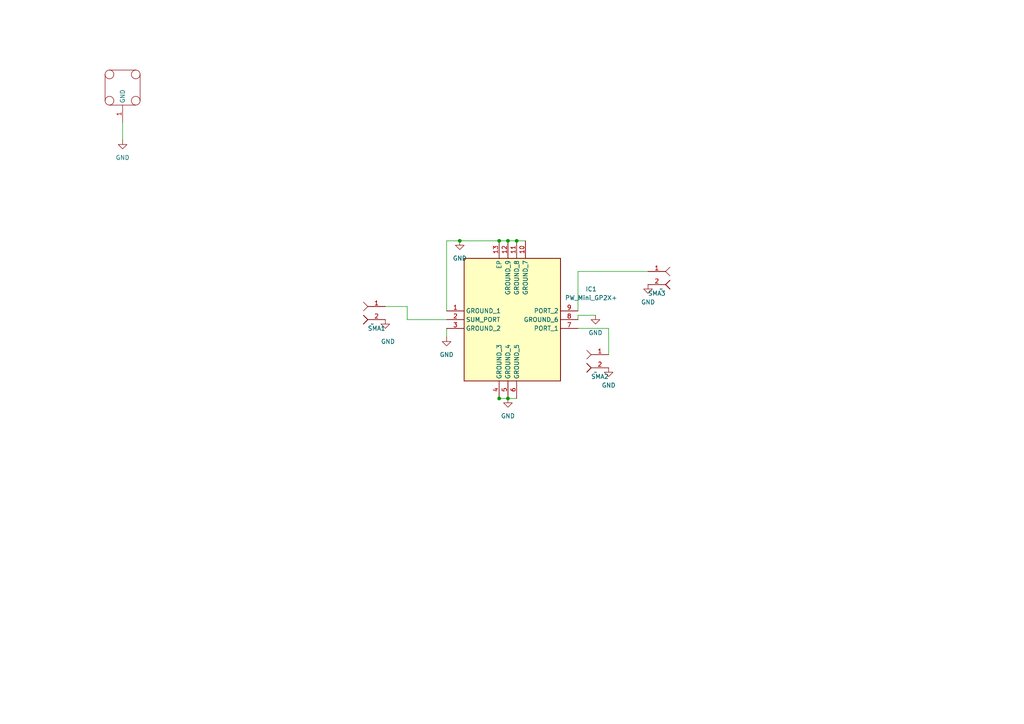
<source format=kicad_sch>
(kicad_sch (version 20231120) (generator "eeschema") (generator_version "8.0")
  (paper "A4")
  (lib_symbols
    (symbol "GND_1" (power) (pin_numbers hide) (pin_names (offset 0) hide)
      (property "Value" "GND" (at 0 -3.81 0))
      (symbol "GND_1_0_1"
        (polyline (pts (xy 0 0) (xy 0 -1.27) (xy 1.27 -1.27) (xy 0 -2.54) (xy -1.27 -1.27) (xy 0 -1.27)))
      )
      (symbol "GND_1_1_1"
        (pin power_in line (at 0 0 270) (length 0) (name "~") (number "1"))
      )
    )
    (symbol "MUSIC_LAB:PW_Mini_GP2X+"
      (property "Reference" "IC" (at 34.29 20.32 0))
      (property "Value" "PW_Mini_GP2X+" (at 34.29 17.78 0))
      (symbol "PW_Mini_GP2X+_1_1"
        (rectangle (start 5.08 15.24) (end 33.02 -20.32) (stroke (width 0.254)) (fill (type background)))
        (pin passive line (at 0 0 0) (length 5.08) (name "GROUND_1") (number "1"))
        (pin passive line (at 22.86 20.32 270) (length 5.08) (name "GROUND_7") (number "10"))
        (pin passive line (at 20.32 20.32 270) (length 5.08) (name "GROUND_8") (number "11"))
        (pin passive line (at 17.78 20.32 270) (length 5.08) (name "GROUND_9") (number "12"))
        (pin passive line (at 15.24 20.32 270) (length 5.08) (name "EP") (number "13"))
        (pin passive line (at 0 -2.54 0) (length 5.08) (name "SUM_PORT") (number "2"))
        (pin passive line (at 0 -5.08 0) (length 5.08) (name "GROUND_2") (number "3"))
        (pin passive line (at 15.24 -25.4 90) (length 5.08) (name "GROUND_3") (number "4"))
        (pin passive line (at 17.78 -25.4 90) (length 5.08) (name "GROUND_4") (number "5"))
        (pin passive line (at 20.32 -25.4 90) (length 5.08) (name "GROUND_5") (number "6"))
        (pin passive line (at 38.1 -5.08 180) (length 5.08) (name "PORT_1") (number "7"))
        (pin passive line (at 38.1 -2.54 180) (length 5.08) (name "GROUND_6") (number "8"))
        (pin passive line (at 38.1 0 180) (length 5.08) (name "PORT_2") (number "9"))
      )
    )
    (symbol "Radar:SMA"
      (property "Reference" "SMA" (at 1.27 -1.27 0))
      (symbol "SMA_0_1"
        (polyline (pts (xy -1.27 1.27) (xy -2.54 0)))
        (polyline (pts (xy -1.27 1.27) (xy -2.54 0)))
        (polyline (pts (xy -1.27 1.27) (xy -2.54 0)))
        (polyline (pts (xy -1.27 1.27) (xy -2.54 0)))
        (polyline (pts (xy -1.27 1.27) (xy -2.54 2.54)))
        (polyline (pts (xy -1.27 1.27) (xy -2.54 2.54)))
        (polyline (pts (xy -1.27 1.27) (xy -2.54 2.54)))
        (polyline (pts (xy -1.27 1.27) (xy -2.54 2.54)))
        (polyline (pts (xy -1.27 5.08) (xy -2.54 3.81)))
        (polyline (pts (xy -1.27 5.08) (xy -2.54 6.35)))
      )
      (symbol "SMA_1_1"
        (pin passive line (at 3.81 5.08 180) (length 5.08) (name "") (number "1"))
        (pin passive line (at 3.81 1.27 180) (length 5.08) (name "") (number "2"))
      )
    )
    (symbol "Radar:outline"
      (property "Reference" "outline" (at 0 6.35 0))
      (symbol "outline_0_1"
        (circle (center -3.81 -3.81) (radius 1.27))
        (circle (center -3.81 3.81) (radius 1.27))
        (polyline (pts (xy -5.08 3.81) (xy -5.08 -3.81)))
        (polyline (pts (xy -3.81 -5.08) (xy 3.81 -5.08)))
        (polyline (pts (xy 3.81 5.08) (xy -3.81 5.08)))
        (polyline (pts (xy 5.08 3.81) (xy 5.08 -3.81)))
        (circle (center 3.81 -3.81) (radius 1.27))
        (circle (center 3.81 3.81) (radius 1.27))
      )
      (symbol "outline_1_1"
        (pin free line (at -10.16 0 0) (length 5.08) (name "GND") (number "1"))
      )
    )
    (symbol "power:GND" (power) (pin_numbers hide) (pin_names (offset 0) hide)
      (property "Value" "GND" (at 0 -3.81 0))
      (symbol "GND_0_1"
        (polyline (pts (xy 0 0) (xy 0 -1.27) (xy 1.27 -1.27) (xy 0 -2.54) (xy -1.27 -1.27) (xy 0 -1.27)))
      )
      (symbol "GND_1_1"
        (pin power_in line (at 0 0 270) (length 0) (name "~") (number "1"))
      )
    )
  )
  (junction (at 147.32 115.57))
  (junction (at 149.86 69.85))
  (junction (at 147.32 69.85))
  (junction (at 144.78 69.85))
  (junction (at 144.78 115.57))
  (junction (at 133.35 69.85))
  (wire (pts (xy 167.64 91.44) (xy 167.64 92.71)))
  (wire (pts (xy 129.54 95.25) (xy 129.54 97.79)))
  (wire (pts (xy 118.11 88.9) (xy 111.76 88.9)))
  (wire (pts (xy 152.4 69.85) (xy 149.86 69.85)))
  (wire (pts (xy 133.35 69.85) (xy 129.54 69.85)))
  (wire (pts (xy 144.78 115.57) (xy 147.32 115.57)))
  (wire (pts (xy 167.64 95.25) (xy 176.53 95.25)))
  (wire (pts (xy 149.86 69.85) (xy 147.32 69.85)))
  (wire (pts (xy 129.54 92.71) (xy 118.11 92.71)))
  (wire (pts (xy 133.35 69.85) (xy 144.78 69.85)))
  (wire (pts (xy 129.54 69.85) (xy 129.54 90.17)))
  (wire (pts (xy 147.32 115.57) (xy 149.86 115.57)))
  (wire (pts (xy 35.56 35.56) (xy 35.56 40.64)))
  (wire (pts (xy 118.11 92.71) (xy 118.11 88.9)))
  (wire (pts (xy 187.96 78.74) (xy 167.64 78.74)))
  (wire (pts (xy 167.64 78.74) (xy 167.64 90.17)))
  (wire (pts (xy 144.78 113.03) (xy 144.78 115.57)))
  (wire (pts (xy 172.72 91.44) (xy 167.64 91.44)))
  (wire (pts (xy 176.53 95.25) (xy 176.53 102.87)))
  (wire (pts (xy 144.78 69.85) (xy 147.32 69.85)))
  (symbol (lib_name "GND_1") (lib_id "power:GND") (at 187.96 82.55 0) (unit 1)
    (property "Reference" "#PWR07" (effects (hide yes)))
    (property "Value" "GND" (at 187.96 87.63 0))
    (property "Description" "Power symbol creates a global label with name \"GND\" , ground" (effects (hide yes)))
  )
  (symbol (lib_name "GND_1") (lib_id "power:GND") (at 176.53 106.68 0) (unit 1)
    (property "Reference" "#PWR06" (effects (hide yes)))
    (property "Value" "GND" (at 176.53 111.76 0))
    (property "Description" "Power symbol creates a global label with name \"GND\" , ground" (effects (hide yes)))
  )
  (symbol (lib_id "power:GND") (at 35.56 40.64 0) (unit 1)
    (property "Reference" "#PWR0106" (effects (hide yes)))
    (property "Value" "GND" (at 35.56 45.72 0))
    (property "Description" "Power symbol creates a global label with name \"GND\" , ground" (effects (hide yes)))
  )
  (symbol (lib_id "Radar:SMA") (at 172.72 107.95 0) (unit 1)
    (property "Reference" "SMA2" (at 173.99 109.22 0))
    (property "Value" "~" (at 172.72 107.95 0))
    (property "Footprint" "MUSIC_Lab:SMA_KHD_Back" (effects (hide yes)))
  )
  (symbol (lib_name "GND_1") (lib_id "power:GND") (at 133.35 69.85 0) (unit 1)
    (property "Reference" "#PWR03" (effects (hide yes)))
    (property "Value" "GND" (at 133.35 74.93 0))
    (property "Description" "Power symbol creates a global label with name \"GND\" , ground" (effects (hide yes)))
  )
  (symbol (lib_id "MUSIC_LAB:PW_Mini_GP2X+") (at 129.54 90.17 0) (unit 1)
    (property "Reference" "IC1" (at 171.45 83.8514 0))
    (property "Value" "PW_Mini_GP2X+" (at 171.45 86.3914 0))
    (property "Footprint" "MUSIC_Lab:PW_MINI_1T2_DQ1225_QFN51P300X300X89-13N" (effects (hide yes)))
    (property "Datasheet" "https://www.minicircuits.com/pdfs/GP2X+.pdf" (effects (hide yes)))
    (property "Description" "Signal Conditioning 2 Ways MMIC Power Splitter, 2900 - 6200 MHz, 50" (effects (hide yes)))
    (property "Height" "0.89" (effects (hide yes)))
    (property "Mouser Part Number" "139-GP2X" (effects (hide yes)))
    (property "Mouser Price/Stock" "https://www.mouser.co.uk/ProductDetail/Mini-Circuits/GP2X%2b?qs=xZ%2FP%252Ba9zWqY5jigSo3rjqA%3D%3D" (effects (hide yes)))
    (property "Manufacturer_Name" "Mini-Circuits" (effects (hide yes)))
    (property "Manufacturer_Part_Number" "GP2X+" (effects (hide yes)))
  )
  (symbol (lib_id "Radar:SMA") (at 107.95 93.98 0) (unit 1)
    (property "Reference" "SMA1" (at 109.22 95.25 0))
    (property "Value" "~" (at 107.95 93.98 0))
    (property "Footprint" "MUSIC_Lab:SMA_KHD_Back" (effects (hide yes)))
  )
  (symbol (lib_name "GND_1") (lib_id "power:GND") (at 172.72 91.44 0) (unit 1)
    (property "Reference" "#PWR05" (effects (hide yes)))
    (property "Value" "GND" (at 172.72 96.52 0))
    (property "Description" "Power symbol creates a global label with name \"GND\" , ground" (effects (hide yes)))
  )
  (symbol (lib_id "Radar:SMA") (at 191.77 83.82 0) (mirror y) (unit 1)
    (property "Reference" "SMA3" (at 190.5 85.09 0))
    (property "Value" "~" (at 191.77 83.82 0))
    (property "Footprint" "MUSIC_Lab:SMA_KHD_Back" (effects (hide yes)))
  )
  (symbol (lib_name "GND_1") (lib_id "power:GND") (at 147.32 115.57 0) (unit 1)
    (property "Reference" "#PWR04" (effects (hide yes)))
    (property "Value" "GND" (at 147.32 120.65 0))
    (property "Description" "Power symbol creates a global label with name \"GND\" , ground" (effects (hide yes)))
  )
  (symbol (lib_id "Radar:outline") (at 35.56 25.4 90) (unit 1)
    (property "Reference" "outline1" (effects (hide yes)))
    (property "Footprint" "MUSIC_Lab:Outline_2x2_cavity_20231207" (effects (hide yes)))
  )
  (symbol (lib_name "GND_1") (lib_id "power:GND") (at 129.54 97.79 0) (unit 1)
    (property "Reference" "#PWR02" (effects (hide yes)))
    (property "Value" "GND" (at 129.54 102.87 0))
    (property "Description" "Power symbol creates a global label with name \"GND\" , ground" (effects (hide yes)))
  )
  (symbol (lib_name "GND_1") (lib_id "power:GND") (at 111.76 92.71 0) (unit 1)
    (property "Reference" "#PWR01" (effects (hide yes)))
    (property "Value" "GND" (at 112.522 99.06 0))
    (property "Description" "Power symbol creates a global label with name \"GND\" , ground" (effects (hide yes)))
  )
)
</source>
